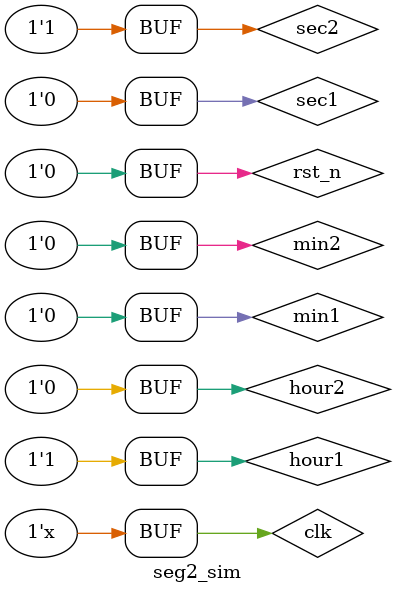
<source format=v>
`timescale 1ns / 1ps


module seg2_sim();
   reg hour1;
   reg hour2;
   reg min1;
   reg min2;
   reg sec1;
   reg sec2;
   reg clk, rst_n;
   wire [7:0] scan_cnt;   //8¸öÊýÂë¹ÜµÄÊ¹ÄÜÐÅºÅ
   wire [7:0] seg_out;     //8¸öÊýÂë¹ÜÏÔÊ¾µÄÊý×Ö
   
   seg2 s2(hour1, hour2, min1, min2, sec1, sec2, clk, rst_n, scan_cnt, seg_out);
   
   initial begin
       clk = 0;
       rst_n = 0;
       #10 rst_n = 1;
       #10 rst_n = 0;
       hour1 = 1'd0;
       hour2 = 1'd1;
       min1 = 1'd0;
       min2 = 1'd1;
       sec1 = 8'd1;
       sec2 = 8'd0;
       #50 
       hour1 = 1'd1;
       hour2 = 1'd0;
       min1 = 1'd0;
       min2 = 1'd0;
       sec1 = 1'd0;
       sec2 = 1'd1;
   end
   always #5 clk = ~clk;
endmodule

</source>
